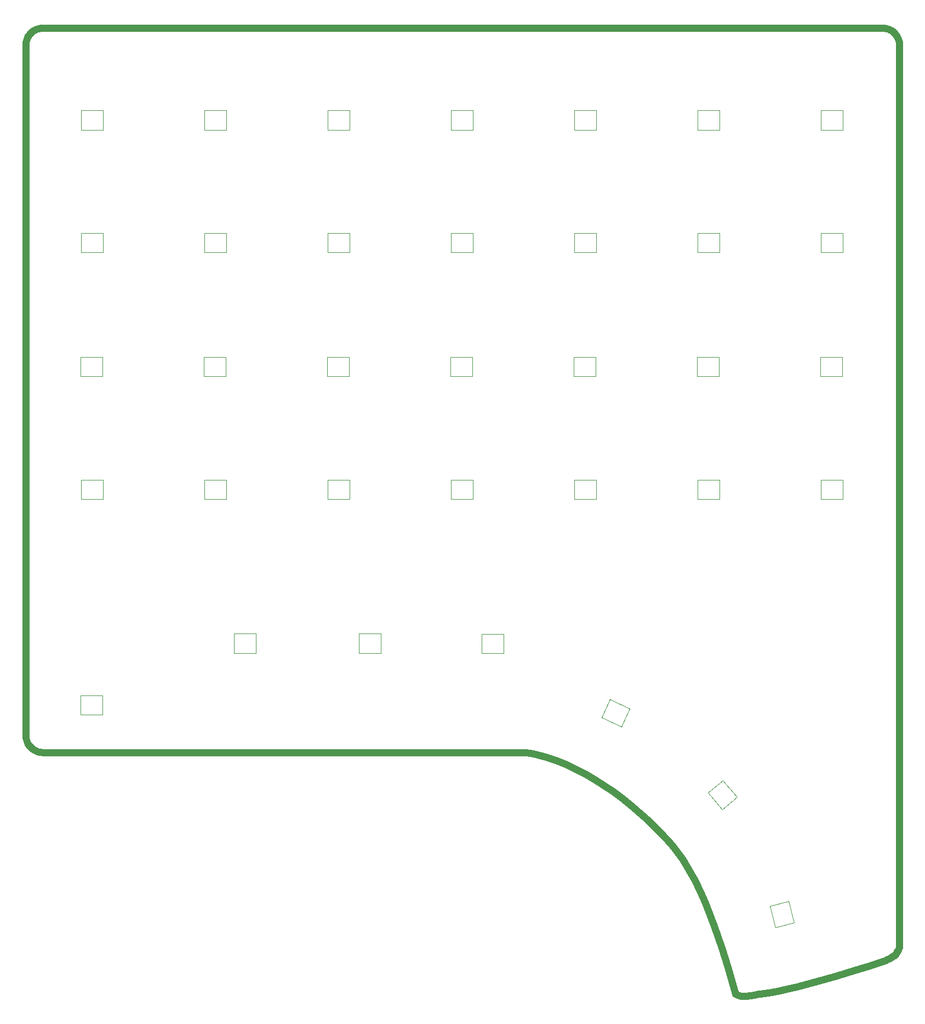
<source format=gm1>
%TF.GenerationSoftware,KiCad,Pcbnew,7.0.1*%
%TF.CreationDate,2023-04-06T15:27:56+10:00*%
%TF.ProjectId,genesys,67656e65-7379-4732-9e6b-696361645f70,rev?*%
%TF.SameCoordinates,Original*%
%TF.FileFunction,Profile,NP*%
%FSLAX46Y46*%
G04 Gerber Fmt 4.6, Leading zero omitted, Abs format (unit mm)*
G04 Created by KiCad (PCBNEW 7.0.1) date 2023-04-06 15:27:56*
%MOMM*%
%LPD*%
G01*
G04 APERTURE LIST*
%TA.AperFunction,Profile*%
%ADD10C,1.085540*%
%TD*%
%TA.AperFunction,Profile*%
%ADD11C,0.120000*%
%TD*%
G04 APERTURE END LIST*
D10*
X31879159Y-21460842D02*
X31879175Y-21460841D01*
X31741402Y-21464302D02*
X31879159Y-21460842D01*
X31605499Y-21474572D02*
X31741402Y-21464302D01*
X31471615Y-21491487D02*
X31605499Y-21474572D01*
X31339916Y-21514882D02*
X31471615Y-21491487D01*
X31210567Y-21544591D02*
X31339916Y-21514882D01*
X31083733Y-21580450D02*
X31210567Y-21544591D01*
X30959579Y-21622292D02*
X31083733Y-21580450D01*
X30838271Y-21669954D02*
X30959579Y-21622292D01*
X30719973Y-21723269D02*
X30838271Y-21669954D01*
X30604851Y-21782073D02*
X30719973Y-21723269D01*
X30493070Y-21846200D02*
X30604851Y-21782073D01*
X30384795Y-21915485D02*
X30493070Y-21846200D01*
X30280192Y-21989763D02*
X30384795Y-21915485D01*
X30179425Y-22068869D02*
X30280192Y-21989763D01*
X30082660Y-22152638D02*
X30179425Y-22068869D01*
X29990062Y-22240904D02*
X30082660Y-22152638D01*
X29901796Y-22333502D02*
X29990062Y-22240904D01*
X29818028Y-22430267D02*
X29901796Y-22333502D01*
X29738922Y-22531033D02*
X29818028Y-22430267D01*
X29664644Y-22635637D02*
X29738922Y-22531033D01*
X29595358Y-22743912D02*
X29664644Y-22635637D01*
X29531231Y-22855692D02*
X29595358Y-22743912D01*
X29472428Y-22970814D02*
X29531231Y-22855692D01*
X29419112Y-23089112D02*
X29472428Y-22970814D01*
X29371451Y-23210420D02*
X29419112Y-23089112D01*
X29329608Y-23334574D02*
X29371451Y-23210420D01*
X29293750Y-23461408D02*
X29329608Y-23334574D01*
X29264040Y-23590757D02*
X29293750Y-23461408D01*
X29240646Y-23722456D02*
X29264040Y-23590757D01*
X29223731Y-23856340D02*
X29240646Y-23722456D01*
X29213460Y-23992243D02*
X29223731Y-23856340D01*
X29210000Y-24130000D02*
X29213460Y-23992243D01*
X29210000Y-130608548D02*
X29210000Y-24130000D01*
X29213460Y-130746304D02*
X29210000Y-130608548D01*
X29223731Y-130882207D02*
X29213460Y-130746304D01*
X29240646Y-131016090D02*
X29223731Y-130882207D01*
X29264040Y-131147789D02*
X29240646Y-131016090D01*
X29293750Y-131277137D02*
X29264040Y-131147789D01*
X29329608Y-131403971D02*
X29293750Y-131277137D01*
X29371451Y-131528125D02*
X29329608Y-131403971D01*
X29419112Y-131649433D02*
X29371451Y-131528125D01*
X29472428Y-131767731D02*
X29419112Y-131649433D01*
X29531231Y-131882853D02*
X29472428Y-131767731D01*
X29595358Y-131994634D02*
X29531231Y-131882853D01*
X29664644Y-132102908D02*
X29595358Y-131994634D01*
X29738922Y-132207512D02*
X29664644Y-132102908D01*
X29818028Y-132308279D02*
X29738922Y-132207512D01*
X29901796Y-132405044D02*
X29818028Y-132308279D01*
X29990062Y-132497642D02*
X29901796Y-132405044D01*
X30082660Y-132585908D02*
X29990062Y-132497642D01*
X30179425Y-132669677D02*
X30082660Y-132585908D01*
X30280192Y-132748783D02*
X30179425Y-132669677D01*
X30384795Y-132823061D02*
X30280192Y-132748783D01*
X30493070Y-132892347D02*
X30384795Y-132823061D01*
X30604851Y-132956474D02*
X30493070Y-132892347D01*
X30719973Y-133015278D02*
X30604851Y-132956474D01*
X30838271Y-133068594D02*
X30719973Y-133015278D01*
X30959579Y-133116255D02*
X30838271Y-133068594D01*
X31083733Y-133158098D02*
X30959579Y-133116255D01*
X31210567Y-133193957D02*
X31083733Y-133158098D01*
X31339916Y-133223666D02*
X31210567Y-133193957D01*
X31471615Y-133247061D02*
X31339916Y-133223666D01*
X31605499Y-133263976D02*
X31471615Y-133247061D01*
X31741402Y-133274247D02*
X31605499Y-133263976D01*
X31879159Y-133277707D02*
X31741402Y-133274247D01*
X106444238Y-133277707D02*
X31879159Y-133277707D01*
X107229211Y-133416605D02*
X106444238Y-133277707D01*
X108012609Y-133583660D02*
X107229211Y-133416605D01*
X109572980Y-133998568D02*
X108012609Y-133583660D01*
X111121943Y-134515087D02*
X109572980Y-133998568D01*
X112656091Y-135125877D02*
X111121943Y-134515087D01*
X114172018Y-135823594D02*
X112656091Y-135125877D01*
X115666315Y-136600898D02*
X114172018Y-135823594D01*
X117135575Y-137450445D02*
X115666315Y-136600898D01*
X118576392Y-138364895D02*
X117135575Y-137450445D01*
X119985357Y-139336906D02*
X118576392Y-138364895D01*
X121359063Y-140359134D02*
X119985357Y-139336906D01*
X122694103Y-141424239D02*
X121359063Y-140359134D01*
X123987071Y-142524878D02*
X122694103Y-141424239D01*
X125234557Y-143653709D02*
X123987071Y-142524878D01*
X126433156Y-144803391D02*
X125234557Y-143653709D01*
X127579459Y-145966581D02*
X126433156Y-144803391D01*
X128670060Y-147135937D02*
X127579459Y-145966581D01*
X129211909Y-147761936D02*
X128670060Y-147135937D01*
X129739278Y-148427460D02*
X129211909Y-147761936D01*
X130750600Y-149864013D02*
X129739278Y-148427460D01*
X131704087Y-151419449D02*
X130750600Y-149864013D01*
X132599794Y-153067622D02*
X131704087Y-151419449D01*
X133437780Y-154782386D02*
X132599794Y-153067622D01*
X134218103Y-156537595D02*
X133437780Y-154782386D01*
X134940821Y-158307103D02*
X134218103Y-156537595D01*
X135605991Y-160064763D02*
X134940821Y-158307103D01*
X136763918Y-163439956D02*
X135605991Y-160064763D01*
X137692349Y-166454005D02*
X136763918Y-163439956D01*
X138862565Y-170561993D02*
X137692349Y-166454005D01*
X138964267Y-170624856D02*
X138862565Y-170561993D01*
X139068411Y-170680679D02*
X138964267Y-170624856D01*
X139174872Y-170729762D02*
X139068411Y-170680679D01*
X139283527Y-170772402D02*
X139174872Y-170729762D01*
X139394255Y-170808899D02*
X139283527Y-170772402D01*
X139506930Y-170839549D02*
X139394255Y-170808899D01*
X139737634Y-170884506D02*
X139506930Y-170839549D01*
X139974655Y-170909661D02*
X139737634Y-170884506D01*
X140217005Y-170917399D02*
X139974655Y-170909661D01*
X140463701Y-170910109D02*
X140217005Y-170917399D01*
X140713758Y-170890175D02*
X140463701Y-170910109D01*
X140966189Y-170859987D02*
X140713758Y-170890175D01*
X141220010Y-170821929D02*
X140966189Y-170859987D01*
X141727881Y-170731753D02*
X141220010Y-170821929D01*
X142229489Y-170638744D02*
X141727881Y-170731753D01*
X142475480Y-170597143D02*
X142229489Y-170638744D01*
X142716951Y-170561993D02*
X142475480Y-170597143D01*
X143989917Y-170367598D02*
X142716951Y-170561993D01*
X145375544Y-170106447D02*
X143989917Y-170367598D01*
X146846953Y-169789483D02*
X145375544Y-170106447D01*
X148377267Y-169427646D02*
X146846953Y-169789483D01*
X151507104Y-168613123D02*
X148377267Y-169427646D01*
X154550039Y-167750411D02*
X151507104Y-168613123D01*
X157291053Y-166927040D02*
X154550039Y-167750411D01*
X159515132Y-166230545D02*
X157291053Y-166927040D01*
X161552415Y-165568310D02*
X159515132Y-166230545D01*
X161813151Y-165476269D02*
X161552415Y-165568310D01*
X162069140Y-165377835D02*
X161813151Y-165476269D01*
X162318717Y-165272241D02*
X162069140Y-165377835D01*
X162560216Y-165158722D02*
X162318717Y-165272241D01*
X162791970Y-165036509D02*
X162560216Y-165158722D01*
X163012313Y-164904837D02*
X162791970Y-165036509D01*
X163219579Y-164762939D02*
X163012313Y-164904837D01*
X163317787Y-164687915D02*
X163219579Y-164762939D01*
X163412101Y-164610047D02*
X163317787Y-164687915D01*
X163502313Y-164529239D02*
X163412101Y-164610047D01*
X163588214Y-164445395D02*
X163502313Y-164529239D01*
X163669596Y-164358420D02*
X163588214Y-164445395D01*
X163746251Y-164268217D02*
X163669596Y-164358420D01*
X163817970Y-164174691D02*
X163746251Y-164268217D01*
X163884546Y-164077746D02*
X163817970Y-164174691D01*
X163945770Y-163977286D02*
X163884546Y-164077746D01*
X164001433Y-163873214D02*
X163945770Y-163977286D01*
X164051328Y-163765436D02*
X164001433Y-163873214D01*
X164095245Y-163653856D02*
X164051328Y-163765436D01*
X164132978Y-163538377D02*
X164095245Y-163653856D01*
X164164317Y-163418904D02*
X164132978Y-163538377D01*
X164189055Y-163295340D02*
X164164317Y-163418904D01*
X164206982Y-163167591D02*
X164189055Y-163295340D01*
X164217891Y-163035560D02*
X164206982Y-163167591D01*
X164221574Y-162899151D02*
X164217891Y-163035560D01*
X164221574Y-24129998D02*
X164221574Y-162899151D01*
X164218114Y-23992241D02*
X164221574Y-24129998D01*
X164207844Y-23856338D02*
X164218114Y-23992241D01*
X164190929Y-23722454D02*
X164207844Y-23856338D01*
X164167534Y-23590755D02*
X164190929Y-23722454D01*
X164137825Y-23461406D02*
X164167534Y-23590755D01*
X164101966Y-23334572D02*
X164137825Y-23461406D01*
X164060124Y-23210419D02*
X164101966Y-23334572D01*
X164012462Y-23089110D02*
X164060124Y-23210419D01*
X163959147Y-22970813D02*
X164012462Y-23089110D01*
X163900343Y-22855691D02*
X163959147Y-22970813D01*
X163836216Y-22743910D02*
X163900343Y-22855691D01*
X163766931Y-22635635D02*
X163836216Y-22743910D01*
X163692653Y-22531032D02*
X163766931Y-22635635D01*
X163613547Y-22430265D02*
X163692653Y-22531032D01*
X163529778Y-22333500D02*
X163613547Y-22430265D01*
X163441512Y-22240902D02*
X163529778Y-22333500D01*
X163348914Y-22152636D02*
X163441512Y-22240902D01*
X163252149Y-22068868D02*
X163348914Y-22152636D01*
X163151383Y-21989762D02*
X163252149Y-22068868D01*
X163046779Y-21915484D02*
X163151383Y-21989762D01*
X162938504Y-21846199D02*
X163046779Y-21915484D01*
X162826724Y-21782072D02*
X162938504Y-21846199D01*
X162711602Y-21723268D02*
X162826724Y-21782072D01*
X162593304Y-21669953D02*
X162711602Y-21723268D01*
X162471995Y-21622291D02*
X162593304Y-21669953D01*
X162347841Y-21580449D02*
X162471995Y-21622291D01*
X162221007Y-21544590D02*
X162347841Y-21580449D01*
X162091658Y-21514881D02*
X162221007Y-21544590D01*
X161959959Y-21491486D02*
X162091658Y-21514881D01*
X161826076Y-21474571D02*
X161959959Y-21491486D01*
X161690173Y-21464301D02*
X161826076Y-21474571D01*
X161552415Y-21460841D02*
X161690173Y-21464301D01*
X31879175Y-21460841D02*
X161552415Y-21460841D01*
D11*
%TO.C,SK6812Mini-E26*%
X117398836Y-94210000D02*
X113998836Y-94210000D01*
X117398836Y-91210000D02*
X117398836Y-94210000D01*
X113998836Y-94210000D02*
X113998836Y-91210000D01*
X113998836Y-91210000D02*
X117398836Y-91210000D01*
%TO.C,SK6812Mini-E27*%
X136448836Y-94210000D02*
X133048836Y-94210000D01*
X136448836Y-91210000D02*
X136448836Y-94210000D01*
X133048836Y-94210000D02*
X133048836Y-91210000D01*
X133048836Y-91210000D02*
X136448836Y-91210000D01*
%TO.C,SK6812Mini-E7*%
X37798836Y-34210000D02*
X41198836Y-34210000D01*
X37798836Y-37210000D02*
X37798836Y-34210000D01*
X41198836Y-34210000D02*
X41198836Y-37210000D01*
X41198836Y-37210000D02*
X37798836Y-37210000D01*
%TO.C,SK6812Mini-E19*%
X75775000Y-72240000D02*
X79175000Y-72240000D01*
X75775000Y-75240000D02*
X75775000Y-72240000D01*
X79175000Y-72240000D02*
X79175000Y-75240000D01*
X79175000Y-75240000D02*
X75775000Y-75240000D01*
%TO.C,SK6812Mini-E34*%
X61445000Y-114960000D02*
X64845000Y-114960000D01*
X61445000Y-117960000D02*
X61445000Y-114960000D01*
X64845000Y-114960000D02*
X64845000Y-117960000D01*
X64845000Y-117960000D02*
X61445000Y-117960000D01*
%TO.C,SK6812Mini-E23*%
X60248836Y-94210000D02*
X56848836Y-94210000D01*
X60248836Y-91210000D02*
X60248836Y-94210000D01*
X56848836Y-94210000D02*
X56848836Y-91210000D01*
X56848836Y-91210000D02*
X60248836Y-91210000D01*
%TO.C,SK6812Mini-E11*%
X98348836Y-56122492D02*
X94948836Y-56122492D01*
X98348836Y-53122492D02*
X98348836Y-56122492D01*
X94948836Y-56122492D02*
X94948836Y-53122492D01*
X94948836Y-53122492D02*
X98348836Y-53122492D01*
%TO.C,SK6812Mini-E5*%
X75898836Y-34210000D02*
X79298836Y-34210000D01*
X75898836Y-37210000D02*
X75898836Y-34210000D01*
X79298836Y-34210000D02*
X79298836Y-37210000D01*
X79298836Y-37210000D02*
X75898836Y-37210000D01*
%TO.C,SK6812Mini-E21*%
X37675000Y-72240000D02*
X41075000Y-72240000D01*
X37675000Y-75240000D02*
X37675000Y-72240000D01*
X41075000Y-72240000D02*
X41075000Y-75240000D01*
X41075000Y-75240000D02*
X37675000Y-75240000D01*
%TO.C,SK6812Mini-E25*%
X98348836Y-94210000D02*
X94948836Y-94210000D01*
X98348836Y-91210000D02*
X98348836Y-94210000D01*
X94948836Y-94210000D02*
X94948836Y-91210000D01*
X94948836Y-91210000D02*
X98348836Y-91210000D01*
%TO.C,SK6812Mini-E29*%
X147105238Y-156263416D02*
X147985223Y-159547563D01*
X144207461Y-157039873D02*
X147105238Y-156263416D01*
X147985223Y-159547563D02*
X145087446Y-160324020D01*
X145087446Y-160324020D02*
X144207461Y-157039873D01*
%TO.C,SK6812Mini-E17*%
X113875000Y-72240000D02*
X117275000Y-72240000D01*
X113875000Y-75240000D02*
X113875000Y-72240000D01*
X117275000Y-72240000D02*
X117275000Y-75240000D01*
X117275000Y-75240000D02*
X113875000Y-75240000D01*
%TO.C,SK6812Mini-E22*%
X41198836Y-94210000D02*
X37798836Y-94210000D01*
X41198836Y-91210000D02*
X41198836Y-94210000D01*
X37798836Y-94210000D02*
X37798836Y-91210000D01*
X37798836Y-91210000D02*
X41198836Y-91210000D01*
%TO.C,SK6812Mini-E33*%
X80695000Y-114960000D02*
X84095000Y-114960000D01*
X80695000Y-117960000D02*
X80695000Y-114960000D01*
X84095000Y-114960000D02*
X84095000Y-117960000D01*
X84095000Y-117960000D02*
X80695000Y-117960000D01*
%TO.C,SK6812Mini-E6*%
X56848836Y-34210000D02*
X60248836Y-34210000D01*
X56848836Y-37210000D02*
X56848836Y-34210000D01*
X60248836Y-34210000D02*
X60248836Y-37210000D01*
X60248836Y-37210000D02*
X56848836Y-37210000D01*
%TO.C,SK6812Mini-E18*%
X94825000Y-72240000D02*
X98225000Y-72240000D01*
X94825000Y-75240000D02*
X94825000Y-72240000D01*
X98225000Y-72240000D02*
X98225000Y-75240000D01*
X98225000Y-75240000D02*
X94825000Y-75240000D01*
%TO.C,SK6812Mini-E20*%
X56725000Y-72240000D02*
X60125000Y-72240000D01*
X56725000Y-75240000D02*
X56725000Y-72240000D01*
X60125000Y-72240000D02*
X60125000Y-75240000D01*
X60125000Y-75240000D02*
X56725000Y-75240000D01*
%TO.C,SK6812Mini-E3*%
X113998836Y-34210000D02*
X117398836Y-34210000D01*
X113998836Y-37210000D02*
X113998836Y-34210000D01*
X117398836Y-34210000D02*
X117398836Y-37210000D01*
X117398836Y-37210000D02*
X113998836Y-37210000D01*
%TO.C,SK6812Mini-E28*%
X155498836Y-94210000D02*
X152098836Y-94210000D01*
X155498836Y-91210000D02*
X155498836Y-94210000D01*
X152098836Y-94210000D02*
X152098836Y-91210000D01*
X152098836Y-91210000D02*
X155498836Y-91210000D01*
%TO.C,SK6812Mini-E4*%
X94948836Y-34210000D02*
X98348836Y-34210000D01*
X94948836Y-37210000D02*
X94948836Y-34210000D01*
X98348836Y-34210000D02*
X98348836Y-37210000D01*
X98348836Y-37210000D02*
X94948836Y-37210000D01*
%TO.C,SK6812Mini-E8*%
X41198836Y-56122492D02*
X37798836Y-56122492D01*
X41198836Y-53122492D02*
X41198836Y-56122492D01*
X37798836Y-56122492D02*
X37798836Y-53122492D01*
X37798836Y-53122492D02*
X41198836Y-53122492D01*
%TO.C,SK6812Mini-E32*%
X99675000Y-114990000D02*
X103075000Y-114990000D01*
X99675000Y-117990000D02*
X99675000Y-114990000D01*
X103075000Y-114990000D02*
X103075000Y-117990000D01*
X103075000Y-117990000D02*
X99675000Y-117990000D01*
%TO.C,SK6812Mini-E12*%
X117398836Y-56122492D02*
X113998836Y-56122492D01*
X117398836Y-53122492D02*
X117398836Y-56122492D01*
X113998836Y-56122492D02*
X113998836Y-53122492D01*
X113998836Y-53122492D02*
X117398836Y-53122492D01*
%TO.C,SK6812Mini-E30*%
X136980621Y-137606843D02*
X139166099Y-140211394D01*
X134682487Y-139535206D02*
X136980621Y-137606843D01*
X139166099Y-140211394D02*
X136867965Y-142139757D01*
X136867965Y-142139757D02*
X134682487Y-139535206D01*
%TO.C,SK6812Mini-E24*%
X79298836Y-94210000D02*
X75898836Y-94210000D01*
X79298836Y-91210000D02*
X79298836Y-94210000D01*
X75898836Y-94210000D02*
X75898836Y-91210000D01*
X75898836Y-91210000D02*
X79298836Y-91210000D01*
%TO.C,SK6812Mini-E10*%
X79298836Y-56122492D02*
X75898836Y-56122492D01*
X79298836Y-53122492D02*
X79298836Y-56122492D01*
X75898836Y-56122492D02*
X75898836Y-53122492D01*
X75898836Y-53122492D02*
X79298836Y-53122492D01*
%TO.C,SK6812Mini-E31*%
X119463889Y-125137688D02*
X122545336Y-126574590D01*
X118196034Y-127856612D02*
X119463889Y-125137688D01*
X122545336Y-126574590D02*
X121277481Y-129293514D01*
X121277481Y-129293514D02*
X118196034Y-127856612D01*
%TO.C,SK6812Mini-E15*%
X151975000Y-72240000D02*
X155375000Y-72240000D01*
X151975000Y-75240000D02*
X151975000Y-72240000D01*
X155375000Y-72240000D02*
X155375000Y-75240000D01*
X155375000Y-75240000D02*
X151975000Y-75240000D01*
%TO.C,SK6812Mini-E14*%
X155498836Y-56122492D02*
X152098836Y-56122492D01*
X155498836Y-53122492D02*
X155498836Y-56122492D01*
X152098836Y-56122492D02*
X152098836Y-53122492D01*
X152098836Y-53122492D02*
X155498836Y-53122492D01*
%TO.C,SK6812Mini-E9*%
X60248836Y-56122492D02*
X56848836Y-56122492D01*
X60248836Y-53122492D02*
X60248836Y-56122492D01*
X56848836Y-56122492D02*
X56848836Y-53122492D01*
X56848836Y-53122492D02*
X60248836Y-53122492D01*
%TO.C,SK6812Mini-E2*%
X133048836Y-34210000D02*
X136448836Y-34210000D01*
X133048836Y-37210000D02*
X133048836Y-34210000D01*
X136448836Y-34210000D02*
X136448836Y-37210000D01*
X136448836Y-37210000D02*
X133048836Y-37210000D01*
%TO.C,SK6812Mini-E16*%
X132925000Y-72240000D02*
X136325000Y-72240000D01*
X132925000Y-75240000D02*
X132925000Y-72240000D01*
X136325000Y-72240000D02*
X136325000Y-75240000D01*
X136325000Y-75240000D02*
X132925000Y-75240000D01*
%TO.C,SK6812Mini-E13*%
X136448836Y-56122492D02*
X133048836Y-56122492D01*
X136448836Y-53122492D02*
X136448836Y-56122492D01*
X133048836Y-56122492D02*
X133048836Y-53122492D01*
X133048836Y-53122492D02*
X136448836Y-53122492D01*
%TO.C,SK6812Mini-E1*%
X152098836Y-34210000D02*
X155498836Y-34210000D01*
X152098836Y-37210000D02*
X152098836Y-34210000D01*
X155498836Y-34210000D02*
X155498836Y-37210000D01*
X155498836Y-37210000D02*
X152098836Y-37210000D01*
%TO.C,SK6812Mini-E35*%
X37735000Y-124500000D02*
X41135000Y-124500000D01*
X37735000Y-127500000D02*
X37735000Y-124500000D01*
X41135000Y-124500000D02*
X41135000Y-127500000D01*
X41135000Y-127500000D02*
X37735000Y-127500000D01*
%TD*%
M02*

</source>
